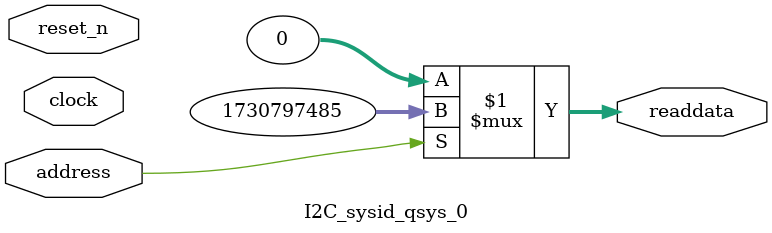
<source format=v>



// synthesis translate_off
`timescale 1ns / 1ps
// synthesis translate_on

// turn off superfluous verilog processor warnings 
// altera message_level Level1 
// altera message_off 10034 10035 10036 10037 10230 10240 10030 

module I2C_sysid_qsys_0 (
               // inputs:
                address,
                clock,
                reset_n,

               // outputs:
                readdata
             )
;

  output  [ 31: 0] readdata;
  input            address;
  input            clock;
  input            reset_n;

  wire    [ 31: 0] readdata;
  //control_slave, which is an e_avalon_slave
  assign readdata = address ? 1730797485 : 0;

endmodule



</source>
